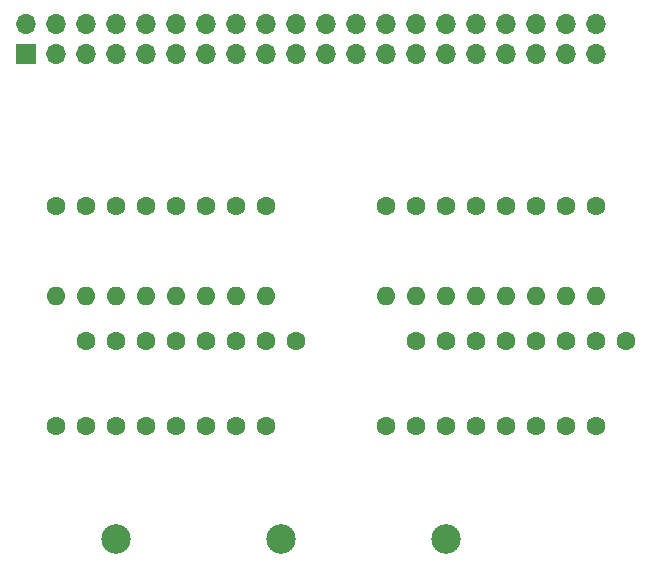
<source format=gbs>
%TF.GenerationSoftware,KiCad,Pcbnew,7.0.8*%
%TF.CreationDate,2024-01-29T19:48:48+09:00*%
%TF.ProjectId,DAC8bit,44414338-6269-4742-9e6b-696361645f70,rev?*%
%TF.SameCoordinates,Original*%
%TF.FileFunction,Soldermask,Bot*%
%TF.FilePolarity,Negative*%
%FSLAX46Y46*%
G04 Gerber Fmt 4.6, Leading zero omitted, Abs format (unit mm)*
G04 Created by KiCad (PCBNEW 7.0.8) date 2024-01-29 19:48:48*
%MOMM*%
%LPD*%
G01*
G04 APERTURE LIST*
G04 Aperture macros list*
%AMHorizOval*
0 Thick line with rounded ends*
0 $1 width*
0 $2 $3 position (X,Y) of the first rounded end (center of the circle)*
0 $4 $5 position (X,Y) of the second rounded end (center of the circle)*
0 Add line between two ends*
20,1,$1,$2,$3,$4,$5,0*
0 Add two circle primitives to create the rounded ends*
1,1,$1,$2,$3*
1,1,$1,$4,$5*%
G04 Aperture macros list end*
%ADD10C,2.500000*%
%ADD11C,1.600000*%
%ADD12HorizOval,1.600000X0.000000X0.000000X0.000000X0.000000X0*%
%ADD13O,1.600000X1.600000*%
%ADD14R,1.700000X1.700000*%
%ADD15O,1.700000X1.700000*%
G04 APERTURE END LIST*
D10*
%TO.C,TP3*%
X159210000Y-123502130D03*
%TD*%
D11*
%TO.C,R28*%
X178259924Y-106792871D03*
D12*
X175720077Y-113977130D03*
%TD*%
D11*
%TO.C,R6*%
X152859924Y-95362871D03*
D13*
X152859924Y-102982871D03*
%TD*%
D11*
%TO.C,R11*%
X147779924Y-106792871D03*
D12*
X145240077Y-113977130D03*
%TD*%
D11*
%TO.C,R8*%
X157939924Y-95362871D03*
D13*
X157939924Y-102982871D03*
%TD*%
D11*
%TO.C,R1*%
X140159924Y-95362871D03*
D13*
X140159924Y-102982871D03*
%TD*%
D11*
%TO.C,R24*%
X185879924Y-95362871D03*
D13*
X185879924Y-102982871D03*
%TD*%
D11*
%TO.C,R20*%
X175719924Y-95362871D03*
D13*
X175719924Y-102982871D03*
%TD*%
D11*
%TO.C,R16*%
X160479924Y-106792871D03*
D12*
X157940077Y-113977130D03*
%TD*%
D11*
%TO.C,R7*%
X155399924Y-95362871D03*
D13*
X155399924Y-102982871D03*
%TD*%
D11*
%TO.C,R3*%
X145239924Y-95362871D03*
D13*
X145239924Y-102982871D03*
%TD*%
D10*
%TO.C,TP2*%
X173180077Y-123502130D03*
%TD*%
D11*
%TO.C,R27*%
X175719924Y-106792871D03*
D12*
X173180077Y-113977130D03*
%TD*%
D10*
%TO.C,TP1*%
X145240077Y-123502130D03*
%TD*%
D11*
%TO.C,R23*%
X183339924Y-95362871D03*
D13*
X183339924Y-102982871D03*
%TD*%
D11*
%TO.C,R30*%
X183339924Y-106792871D03*
D12*
X180800077Y-113977130D03*
%TD*%
D11*
%TO.C,R9*%
X142699924Y-106792871D03*
D12*
X140160077Y-113977130D03*
%TD*%
D11*
%TO.C,R18*%
X170639924Y-95362871D03*
D13*
X170639924Y-102982871D03*
%TD*%
D11*
%TO.C,R4*%
X147779924Y-95362871D03*
D13*
X147779924Y-102982871D03*
%TD*%
D11*
%TO.C,R32*%
X188419924Y-106792871D03*
D12*
X185880077Y-113977130D03*
%TD*%
D11*
%TO.C,R21*%
X178259924Y-95362871D03*
D13*
X178259924Y-102982871D03*
%TD*%
D11*
%TO.C,R5*%
X150319924Y-95362871D03*
D13*
X150319924Y-102982871D03*
%TD*%
D11*
%TO.C,R14*%
X155399924Y-106792871D03*
D12*
X152860077Y-113977130D03*
%TD*%
D11*
%TO.C,R15*%
X157939924Y-106792871D03*
D12*
X155400077Y-113977130D03*
%TD*%
D14*
%TO.C,J1*%
X137620000Y-82445000D03*
D15*
X137620000Y-79905000D03*
X140160000Y-82445000D03*
X140160000Y-79905000D03*
X142700000Y-82445000D03*
X142700000Y-79905000D03*
X145240000Y-82445000D03*
X145240000Y-79905000D03*
X147780000Y-82445000D03*
X147780000Y-79905000D03*
X150320000Y-82445000D03*
X150320000Y-79905000D03*
X152860000Y-82445000D03*
X152860000Y-79905000D03*
X155400000Y-82445000D03*
X155400000Y-79905000D03*
X157940000Y-82445000D03*
X157940000Y-79905000D03*
X160480000Y-82445000D03*
X160480000Y-79905000D03*
X163020000Y-82445000D03*
X163020000Y-79905000D03*
X165560000Y-82445000D03*
X165560000Y-79905000D03*
X168100000Y-82445000D03*
X168100000Y-79905000D03*
X170640000Y-82445000D03*
X170640000Y-79905000D03*
X173180000Y-82445000D03*
X173180000Y-79905000D03*
X175720000Y-82445000D03*
X175720000Y-79905000D03*
X178260000Y-82445000D03*
X178260000Y-79905000D03*
X180800000Y-82445000D03*
X180800000Y-79905000D03*
X183340000Y-82445000D03*
X183340000Y-79905000D03*
X185880000Y-82445000D03*
X185880000Y-79905000D03*
%TD*%
D11*
%TO.C,R31*%
X185879924Y-106792871D03*
D12*
X183340077Y-113977130D03*
%TD*%
D11*
%TO.C,R13*%
X152859924Y-106792871D03*
D12*
X150320077Y-113977130D03*
%TD*%
D11*
%TO.C,R22*%
X180799924Y-95362871D03*
D13*
X180799924Y-102982871D03*
%TD*%
D11*
%TO.C,R25*%
X170639924Y-106792871D03*
D12*
X168100077Y-113977130D03*
%TD*%
D11*
%TO.C,R26*%
X173179924Y-106792871D03*
D12*
X170640077Y-113977130D03*
%TD*%
D11*
%TO.C,R19*%
X173179924Y-95362871D03*
D13*
X173179924Y-102982871D03*
%TD*%
D11*
%TO.C,R29*%
X180799924Y-106792871D03*
D12*
X178260077Y-113977130D03*
%TD*%
D11*
%TO.C,R2*%
X142699924Y-95362871D03*
D13*
X142699924Y-102982871D03*
%TD*%
D11*
%TO.C,R10*%
X145239924Y-106792871D03*
D12*
X142700077Y-113977130D03*
%TD*%
D11*
%TO.C,R17*%
X168099924Y-95362871D03*
D13*
X168099924Y-102982871D03*
%TD*%
D11*
%TO.C,R12*%
X150319924Y-106792871D03*
D12*
X147780077Y-113977130D03*
%TD*%
M02*

</source>
